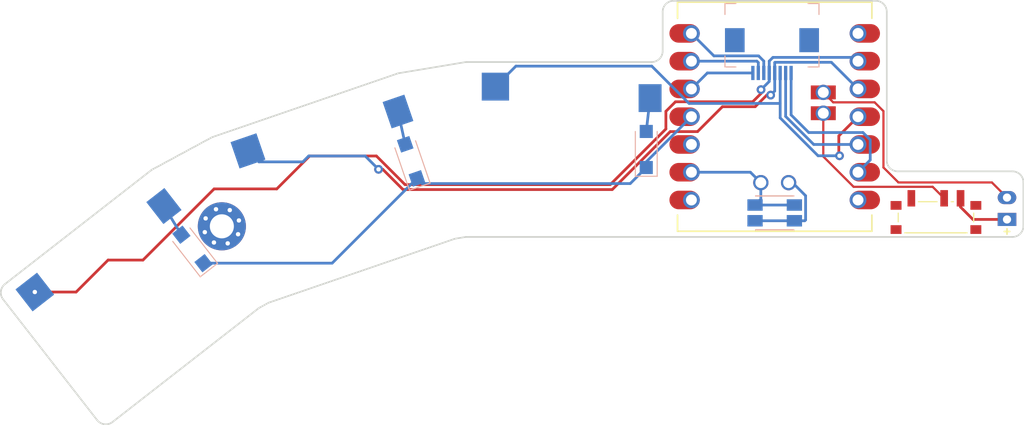
<source format=kicad_pcb>
(kicad_pcb (version 20221018) (generator pcbnew)
  (title_block (title "right_thumbs") (rev "rev1.0") (company "Nikservik"))
  (layers (0 "F.Cu" signal) (31 "B.Cu" signal) (34 "B.Paste" user) (35 "F.Paste" user) (36 "B.SilkS" user "B.Silkscreen") (37 "F.SilkS" user "F.Silkscreen") (38 "B.Mask" user) (39 "F.Mask" user) (44 "Edge.Cuts" user))
  (net 0 "")
  (net 1 "CT8")
  (net 2 "RRT4")
  (net 3 "S1_s2d")
  (net 4 "CT7")
  (net 5 "S2_s2d")
  (net 6 "CT6")
  (net 7 "S3_s2d")
  (net 8 "RP0")
  (net 9 "CT10")
  (net 10 "CT9")
  (net 11 "RP6")
  (net 12 "RRT1")
  (net 13 "RRT2")
  (net 14 "RRT3")
  (net 15 "RRAW3V3")
  (net 16 "RGND")
  (net 17 "RRAW5V")
  (net 18 "RBATP")
  (net 19 "RBATN")
  (net 20 "RRST")
  (net 21 "RBAT_P")
  (footprint "GateronLowProfileSwitch" (layer "F.Cu") (at 114.181967 45.40441 18.952)
    (fp_text reference "S2" hide)
    (fp_text value "" hide)
    (pad "" np_thru_hole circle (at -2.6 -5.75) (size 3 3) (drill 3) (layers "*.Cu" "*.Mask"))
    (pad "" np_thru_hole circle (at 0 0) (size 5.1 5.1) (drill 5.1) (layers "*.Cu" "*.Mask"))
    (pad "" np_thru_hole circle (at 4.4 -4.7) (size 3 3) (drill 3) (layers "*.Cu" "*.Mask"))
    (pad "1" smd rect (at -6.3 -5.75 18.952) (size 2.5 2.55) (layers "B.Cu" "B.Paste" "B.Mask") (net 4 "CT7"))
    (pad "2" smd rect (at 7.85 -4.7 18.952) (size 2.1 2.55) (layers "B.Cu" "B.Paste" "B.Mask") (net 5 "S2_s2d"))
  )
  (footprint "power_switch" (layer "F.Cu") (at 169.291967 48.08441 -90)
    (fp_text reference "SW1" hide)
    (fp_text value "" (at 0 0 -90) (layer "F.SilkS") (effects (font (size 1.27 1.27))))
    (fp_line (start -1.425 -1.4) (end -1.425 -1.6) (stroke (width 0.12)) (layer "F.SilkS"))
    (fp_line (start -1.425 1.6) (end -1.425 -0.1) (stroke (width 0.12)) (layer "F.SilkS"))
    (fp_line (start -0.375 3.45) (end 0.415 3.45) (stroke (width 0.12)) (layer "F.SilkS"))
    (fp_line (start 0.415 -3.45) (end -0.375 -3.45) (stroke (width 0.12)) (layer "F.SilkS"))
    (fp_line (start 1.425 2.85) (end 1.425 -2.85) (stroke (width 0.12)) (layer "F.SilkS"))
    (pad "" smd rect (at -1.085 -3.65) (size 1 0.8) (layers "F.Cu" "F.Paste" "F.Mask"))
    (pad "" smd rect (at -1.085 3.65) (size 1 0.8) (layers "F.Cu" "F.Paste" "F.Mask"))
    (pad "" np_thru_hole circle (at 0.025 -1.5) (size 0.9 0.9) (drill 0.9) (layers "*.Cu" "*.Mask"))
    (pad "" np_thru_hole circle (at 0.025 1.5) (size 0.9 0.9) (drill 0.9) (layers "*.Cu" "*.Mask"))
    (pad "" smd rect (at 1.125 -3.65) (size 1 0.8) (layers "F.Cu" "F.Paste" "F.Mask"))
    (pad "" smd rect (at 1.125 3.65) (size 1 0.8) (layers "F.Cu" "F.Paste" "F.Mask"))
    (pad "1" smd rect (at -1.735 2.25) (size 0.7 1.5) (layers "F.Cu" "F.Paste" "F.Mask"))
    (pad "2" smd rect (at -1.735 -0.75) (size 0.7 1.5) (layers "F.Cu" "F.Paste" "F.Mask") (net 18 "RBATP"))
    (pad "3" smd rect (at -1.735 -2.25) (size 0.7 1.5) (layers "F.Cu" "F.Paste" "F.Mask") (net 21 "RBAT_P"))
  )
  (footprint "MountingHole_2.2mm_M2_Pad_Via" (layer "F.Cu") (at 103.967424 48.91199 18.952)
    (fp_text reference "_3" hide)
    (fp_text value "" (at 0 0 18.952) (layer "F.SilkS") (effects (font (size 1.27 1.27))))
    (pad "1" thru_hole circle (at -1.65 0) (size 0.7 0.7) (drill 0.4) (layers "*.Cu" "*.Mask"))
    (pad "1" thru_hole circle (at -1.166726 -1.166726) (size 0.7 0.7) (drill 0.4) (layers "*.Cu" "*.Mask"))
    (pad "1" thru_hole circle (at -1.166726 1.166726) (size 0.7 0.7) (drill 0.4) (layers "*.Cu" "*.Mask"))
    (pad "1" thru_hole circle (at 0 -1.65) (size 0.7 0.7) (drill 0.4) (layers "*.Cu" "*.Mask"))
    (pad "1" thru_hole circle (at 0 0) (size 4.4 4.4) (drill 2.2) (layers "*.Cu" "*.Mask"))
    (pad "1" thru_hole circle (at 0 1.65) (size 0.7 0.7) (drill 0.4) (layers "*.Cu" "*.Mask"))
    (pad "1" thru_hole circle (at 1.166726 -1.166726) (size 0.7 0.7) (drill 0.4) (layers "*.Cu" "*.Mask"))
    (pad "1" thru_hole circle (at 1.166726 1.166726) (size 0.7 0.7) (drill 0.4) (layers "*.Cu" "*.Mask"))
    (pad "1" thru_hole circle (at 1.65 0) (size 0.7 0.7) (drill 0.4) (layers "*.Cu" "*.Mask"))
  )
  (footprint "GateronLowProfileSwitch" (layer "F.Cu") (at 135.291967 41.88441)
    (fp_text reference "S1" hide)
    (fp_text value "" hide)
    (pad "" np_thru_hole circle (at -2.6 -5.75) (size 3 3) (drill 3) (layers "*.Cu" "*.Mask"))
    (pad "" np_thru_hole circle (at 0 0) (size 5.1 5.1) (drill 5.1) (layers "*.Cu" "*.Mask"))
    (pad "" np_thru_hole circle (at 4.4 -4.7) (size 3 3) (drill 3) (layers "*.Cu" "*.Mask"))
    (pad "1" smd rect (at -6.3 -5.75) (size 2.5 2.55) (layers "B.Cu" "B.Paste" "B.Mask") (net 1 "CT8"))
    (pad "2" smd rect (at 7.85 -4.7) (size 2.1 2.55) (layers "B.Cu" "B.Paste" "B.Mask") (net 3 "S1_s2d"))
  )
  (footprint "GateronLowProfileSwitch" (layer "F.Cu") (at 95.359531 55.589614 37.904)
    (fp_text reference "S3" hide)
    (fp_text value "" hide)
    (pad "" np_thru_hole circle (at -2.6 -5.75) (size 3 3) (drill 3) (layers "*.Cu" "*.Mask"))
    (pad "" np_thru_hole circle (at 0 0) (size 5.1 5.1) (drill 5.1) (layers "*.Cu" "*.Mask"))
    (pad "" np_thru_hole circle (at 4.4 -4.7) (size 3 3) (drill 3) (layers "*.Cu" "*.Mask"))
    (pad "1" smd rect (at -6.3 -5.75 37.904) (size 2.5 2.55) (layers "B.Cu" "B.Paste" "B.Mask") (net 6 "CT6"))
    (pad "2" smd rect (at 7.85 -4.7 37.904) (size 2.1 2.55) (layers "B.Cu" "B.Paste" "B.Mask") (net 7 "S3_s2d"))
  )
  (footprint "BatteryPad" (layer "F.Cu") (at 175.791967 47.28441 90)
    (fp_text reference "BAT1" hide)
    (fp_text value "" hide)
    (fp_line (start -2.1 -0.25) (end -2.1 0.25) (stroke (width 0.15)) (layer "F.SilkS"))
    (fp_line (start -1.85 0) (end -2.35 0) (stroke (width 0.15)) (layer "F.SilkS"))
    (pad "1" thru_hole rect (at -1 0 90) (size 1.2 1.7) (drill 0.75) (layers "*.Cu" "*.Mask") (net 21 "RBAT_P"))
    (pad "2" thru_hole oval (at 1 0 90) (size 1.2 1.7) (drill 0.75) (layers "*.Cu" "*.Mask") (net 19 "RBATN"))
  )
  (footprint "Seeeduino XIAO nRF52840" (layer "F.Cu") (at 154.541967 38.88441 180)
    (fp_text reference "" (at 0 0 180) (layer "F.SilkS") (effects (font (size 1.27 1.27))))
    (fp_text value "" (at 0 0 180) (layer "F.SilkS") (effects (font (size 1.27 1.27))))
    (fp_line (start -8.89 -10.48) (end -8.89 -9) (stroke (width 0.15)) (layer "F.SilkS"))
    (fp_line (start -8.89 10.48) (end -8.89 9) (stroke (width 0.15)) (layer "F.SilkS"))
    (fp_line (start -8.89 10.48) (end 8.89 10.48) (stroke (width 0.15)) (layer "F.SilkS"))
    (fp_line (start 8.89 -10.48) (end -8.89 -10.48) (stroke (width 0.15)) (layer "F.SilkS"))
    (fp_line (start 8.89 -10.48) (end 8.89 -9) (stroke (width 0.15)) (layer "F.SilkS"))
    (fp_line (start 8.89 10.48) (end 8.89 9) (stroke (width 0.15)) (layer "F.SilkS"))
    (pad "" thru_hole circle (at -4.445 0.317) (size 1.4 1.4) (drill 1) (layers "*.Cu" "*.Mask") (net 18 "RBATP"))
    (pad "" smd rect (at -4.445 0.317 180) (size 2.286 1.27) (layers "F.Cu" "F.Paste" "F.Mask") (net 18 "RBATP"))
    (pad "" thru_hole circle (at -4.445 2.222) (size 1.4 1.4) (drill 1) (layers "*.Cu" "*.Mask") (net 19 "RBATN"))
    (pad "" smd rect (at -4.445 2.222 180) (size 2.286 1.27) (layers "F.Cu" "F.Paste" "F.Mask") (net 19 "RBATN"))
    (pad "" thru_hole circle (at -1.27 -6.033) (size 1.4 1.4) (drill 1) (layers "*.Cu" "*.Mask") (net 20 "RRST"))
    (pad "" thru_hole circle (at 1.27 -6.033) (size 1.4 1.4) (drill 1) (layers "*.Cu" "*.Mask") (net 16 "RGND"))
    (pad "1" smd oval (at -8.255 -7.62 180) (size 2.75 1.7) (layers "F.Cu" "F.Paste" "F.Mask") (net 8 "RP0"))
    (pad "1" thru_hole circle (at -7.62 -7.62) (size 1.53 1.53) (drill 1) (layers "*.Cu" "*.Mask") (net 8 "RP0"))
    (pad "2" smd oval (at -8.255 -5.08 180) (size 2.75 1.7) (layers "F.Cu" "F.Paste" "F.Mask") (net 9 "CT10"))
    (pad "2" thru_hole circle (at -7.62 -5.08) (size 1.53 1.53) (drill 1) (layers "*.Cu" "*.Mask") (net 9 "CT10"))
    (pad "3" smd oval (at -8.255 -2.54 180) (size 2.75 1.7) (layers "F.Cu" "F.Paste" "F.Mask") (net 10 "CT9"))
    (pad "3" thru_hole circle (at -7.62 -2.54) (size 1.53 1.53) (drill 1) (layers "*.Cu" "*.Mask") (net 10 "CT9"))
    (pad "4" smd oval (at -8.255 0 180) (size 2.75 1.7) (layers "F.Cu" "F.Paste" "F.Mask") (net 1 "CT8"))
    (pad "4" thru_hole circle (at -7.62 0) (size 1.53 1.53) (drill 1) (layers "*.Cu" "*.Mask") (net 1 "CT8"))
    (pad "5" smd oval (at -8.255 2.54 180) (size 2.75 1.7) (layers "F.Cu" "F.Paste" "F.Mask") (net 4 "CT7"))
    (pad "5" thru_hole circle (at -7.62 2.54) (size 1.53 1.53) (drill 1) (layers "*.Cu" "*.Mask") (net 4 "CT7"))
    (pad "6" smd oval (at -8.255 5.08 180) (size 2.75 1.7) (layers "F.Cu" "F.Paste" "F.Mask") (net 6 "CT6"))
    (pad "6" thru_hole circle (at -7.62 5.08) (size 1.53 1.53) (drill 1) (layers "*.Cu" "*.Mask") (net 6 "CT6"))
    (pad "7" smd oval (at -8.255 7.62 180) (size 2.75 1.7) (layers "F.Cu" "F.Paste" "F.Mask") (net 11 "RP6"))
    (pad "7" thru_hole circle (at -7.62 7.62) (size 1.53 1.53) (drill 1) (layers "*.Cu" "*.Mask") (net 11 "RP6"))
    (pad "8" thru_hole circle (at 7.62 7.62) (size 1.53 1.53) (drill 1) (layers "*.Cu" "*.Mask") (net 12 "RRT1"))
    (pad "8" smd oval (at 8.255 7.62 180) (size 2.75 1.7) (layers "F.Cu" "F.Paste" "F.Mask") (net 12 "RRT1"))
    (pad "9" thru_hole circle (at 7.62 5.08) (size 1.53 1.53) (drill 1) (layers "*.Cu" "*.Mask") (net 13 "RRT2"))
    (pad "9" smd oval (at 8.255 5.08 180) (size 2.75 1.7) (layers "F.Cu" "F.Paste" "F.Mask") (net 13 "RRT2"))
    (pad "10" thru_hole circle (at 7.62 2.54) (size 1.53 1.53) (drill 1) (layers "*.Cu" "*.Mask") (net 14 "RRT3"))
    (pad "10" smd oval (at 8.255 2.54 180) (size 2.75 1.7) (layers "F.Cu" "F.Paste" "F.Mask") (net 14 "RRT3"))
    (pad "11" thru_hole circle (at 7.62 0) (size 1.53 1.53) (drill 1) (layers "*.Cu" "*.Mask") (net 2 "RRT4"))
    (pad "11" smd oval (at 8.255 0 180) (size 2.75 1.7) (layers "F.Cu" "F.Paste" "F.Mask") (net 2 "RRT4"))
    (pad "12" thru_hole circle (at 7.62 -2.54) (size 1.53 1.53) (drill 1) (layers "*.Cu" "*.Mask") (net 15 "RRAW3V3"))
    (pad "12" smd oval (at 8.255 -2.54 180) (size 2.75 1.7) (layers "F.Cu" "F.Paste" "F.Mask") (net 15 "RRAW3V3"))
    (pad "13" thru_hole circle (at 7.62 -5.08) (size 1.53 1.53) (drill 1) (layers "*.Cu" "*.Mask") (net 16 "RGND"))
    (pad "13" smd oval (at 8.255 -5.08 180) (size 2.75 1.7) (layers "F.Cu" "F.Paste" "F.Mask") (net 16 "RGND"))
    (pad "14" thru_hole circle (at 7.62 -7.62) (size 1.53 1.53) (drill 1) (layers "*.Cu" "*.Mask") (net 17 "RRAW5V"))
    (pad "14" smd oval (at 8.255 -7.62 180) (size 2.75 1.7) (layers "F.Cu" "F.Paste" "F.Mask") (net 17 "RRAW5V"))
  )
  (footprint "sw_reset_side" (layer "F.Cu") (at 154.541967 47.68441 -90)
    (fp_text reference "SW2" hide)
    (fp_text value "" (at 0 0 -90) (layer "F.SilkS") (effects (font (size 1.27 1.27))))
    (fp_line (start -1.55 -1.75) (end -1.55 1.75) (stroke (width 0.12)) (layer "B.SilkS"))
    (fp_line (start 1.55 1.75) (end 1.55 -1.75) (stroke (width 0.12)) (layer "B.SilkS"))
    (pad "1" smd rect (at -0.72 -1.8 180) (size 1.4 1.05) (layers "B.Cu" "B.Paste" "B.Mask") (net 16 "RGND"))
    (pad "1" smd rect (at -0.72 1.8 180) (size 1.4 1.05) (layers "B.Cu" "B.Paste" "B.Mask") (net 16 "RGND"))
    (pad "2" smd rect (at 0.72 -1.8 180) (size 1.4 1.05) (layers "B.Cu" "B.Paste" "B.Mask") (net 20 "RRST"))
    (pad "2" smd rect (at 0.72 1.8 180) (size 1.4 1.05) (layers "B.Cu" "B.Paste" "B.Mask") (net 20 "RRST"))
  )
  (footprint "SmdDiode" (layer "B.Cu") (at 135.291967 41.88441)
    (fp_text reference "" (at 0 0) (layer "F.SilkS") (effects (font (size 1.27 1.27))))
    (fp_text value "" (at 0 0) (layer "F.SilkS") (effects (font (size 1.27 1.27))))
    (fp_line (start 6.5 2.45) (end 6.5 -1.65) (stroke (width 0.1)) (layer "B.SilkS"))
    (fp_line (start 8.5 -1.65) (end 8.5 2.45) (stroke (width 0.1)) (layer "B.SilkS"))
    (fp_line (start 8.5 2.45) (end 6.5 2.45) (stroke (width 0.1)) (layer "B.SilkS"))
    (pad "1" smd rect (at 7.5 -1.65) (size 1.2 1.2) (layers "B.Cu" "B.Paste" "B.Mask") (net 3 "S1_s2d"))
    (pad "2" smd rect (at 7.5 1.65) (size 1.2 1.2) (layers "B.Cu" "B.Paste" "B.Mask") (net 2 "RRT4"))
  )
  (footprint "HKWClamshellSocket" (layer "B.Cu") (at 154.291967 31.88441)
    (fp_text reference "_2" hide)
    (fp_text value "" hide)
    (fp_line (start -4.3 -3.35) (end -4.3 -2.35) (stroke (width 0.1)) (layer "B.SilkS"))
    (fp_line (start -4.3 -3.35) (end -3.3 -3.35) (stroke (width 0.1)) (layer "B.SilkS"))
    (fp_line (start -4.3 2.45) (end -4.3 1.45) (stroke (width 0.1)) (layer "B.SilkS"))
    (fp_line (start -4.3 2.45) (end -3.3 2.45) (stroke (width 0.1)) (layer "B.SilkS"))
    (fp_line (start 4.3 -3.35) (end 3.3 -3.35) (stroke (width 0.1)) (layer "B.SilkS"))
    (fp_line (start 4.3 -3.35) (end 4.3 -2.35) (stroke (width 0.1)) (layer "B.SilkS"))
    (fp_line (start 4.3 2.45) (end 3.3 2.45) (stroke (width 0.1)) (layer "B.SilkS"))
    (fp_line (start 4.3 2.45) (end 4.3 1.45) (stroke (width 0.1)) (layer "B.SilkS"))
    (pad "" smd rect (at -3.4 0) (size 1.8 2.2) (layers "B.Cu" "B.Paste" "B.Mask"))
    (pad "" smd rect (at 3.4 0) (size 1.8 2.2) (layers "B.Cu" "B.Paste" "B.Mask"))
    (pad "1" smd rect (at -1.75 3) (size 0.3 1.3) (layers "B.Cu" "B.Paste" "B.Mask") (net 14 "RRT3"))
    (pad "2" smd rect (at -1.25 3) (size 0.3 1.3) (layers "B.Cu" "B.Paste" "B.Mask") (net 13 "RRT2"))
    (pad "3" smd rect (at -0.75 3) (size 0.3 1.3) (layers "B.Cu" "B.Paste" "B.Mask") (net 12 "RRT1"))
    (pad "4" smd rect (at -0.25 3) (size 0.3 1.3) (layers "B.Cu" "B.Paste" "B.Mask") (net 6 "CT6"))
    (pad "5" smd rect (at 0.25 3) (size 0.3 1.3) (layers "B.Cu" "B.Paste" "B.Mask") (net 4 "CT7"))
    (pad "6" smd rect (at 0.75 3) (size 0.3 1.3) (layers "B.Cu" "B.Paste" "B.Mask") (net 1 "CT8"))
    (pad "7" smd rect (at 1.25 3) (size 0.3 1.3) (layers "B.Cu" "B.Paste" "B.Mask") (net 10 "CT9"))
    (pad "8" smd rect (at 1.75 3) (size 0.3 1.3) (layers "B.Cu" "B.Paste" "B.Mask") (net 9 "CT10"))
  )
  (footprint "SmdDiode" (layer "B.Cu") (at 95.359531 55.589614 37.904)
    (fp_text reference "" (at 0 0 37.904) (layer "F.SilkS") (effects (font (size 1.27 1.27))))
    (fp_text value "" (at 0 0 37.904) (layer "F.SilkS") (effects (font (size 1.27 1.27))))
    (fp_line (start 6.5 2.45) (end 6.5 -1.65) (stroke (width 0.1)) (layer "B.SilkS"))
    (fp_line (start 8.5 -1.65) (end 8.5 2.45) (stroke (width 0.1)) (layer "B.SilkS"))
    (fp_line (start 8.5 2.45) (end 6.5 2.45) (stroke (width 0.1)) (layer "B.SilkS"))
    (pad "1" smd rect (at 7.5 -1.65 37.904) (size 1.2 1.2) (layers "B.Cu" "B.Paste" "B.Mask") (net 7 "S3_s2d"))
    (pad "2" smd rect (at 7.5 1.65 37.904) (size 1.2 1.2) (layers "B.Cu" "B.Paste" "B.Mask") (net 2 "RRT4"))
  )
  (footprint "SmdDiode" (layer "B.Cu") (at 114.181967 45.40441 18.952)
    (fp_text reference "" (at 0 0 18.952) (layer "F.SilkS") (effects (font (size 1.27 1.27))))
    (fp_text value "" (at 0 0 18.952) (layer "F.SilkS") (effects (font (size 1.27 1.27))))
    (fp_line (start 6.5 2.45) (end 6.5 -1.65) (stroke (width 0.1)) (layer "B.SilkS"))
    (fp_line (start 8.5 -1.65) (end 8.5 2.45) (stroke (width 0.1)) (layer "B.SilkS"))
    (fp_line (start 8.5 2.45) (end 6.5 2.45) (stroke (width 0.1)) (layer "B.SilkS"))
    (pad "1" smd rect (at 7.5 -1.65 18.952) (size 1.2 1.2) (layers "B.Cu" "B.Paste" "B.Mask") (net 5 "S2_s2d"))
    (pad "2" smd rect (at 7.5 1.65 18.952) (size 1.2 1.2) (layers "B.Cu" "B.Paste" "B.Mask") (net 2 "RRT4"))
  )
  (gr_arc (start 144.291967 29.28441) (mid 144.58486 28.577303) (end 145.291967 28.28441) (stroke (width 0.15)) (layer "Edge.Cuts"))
  (gr_arc (start 165.791967 43.88441) (mid 165.08486 43.591517) (end 164.791967 42.88441) (stroke (width 0.15)) (layer "Edge.Cuts"))
  (gr_line (start 126.291967 49.88441) (end 125.375791 50.034111) (stroke (width 0.15)) (layer "Edge.Cuts"))
  (gr_line (start 97.480562 43.799311) (end 84.132479 54.192007) (stroke (width 0.15)) (layer "Edge.Cuts"))
  (gr_line (start 176.291967 43.88441) (end 165.791967 43.88441) (stroke (width 0.15)) (layer "Edge.Cuts"))
  (gr_line (start 108.268056 55.893721) (end 107.450164 56.332859) (stroke (width 0.15)) (layer "Edge.Cuts"))
  (gr_line (start 83.957778 55.595388) (end 92.558542 66.641965) (stroke (width 0.15)) (layer "Edge.Cuts"))
  (gr_arc (start 120.017226 34.942107) (mid 120.096725 34.918445) (end 120.177912 34.901453) (stroke (width 0.15)) (layer "Edge.Cuts"))
  (gr_line (start 126.291967 49.88441) (end 176.291967 49.88441) (stroke (width 0.15)) (layer "Edge.Cuts"))
  (gr_arc (start 144.291967 32.88441) (mid 143.999074 33.591517) (end 143.291967 33.88441) (stroke (width 0.15)) (layer "Edge.Cuts"))
  (gr_arc (start 107.308867 56.424857) (mid 107.377573 56.375875) (end 107.450164 56.332859) (stroke (width 0.15)) (layer "Edge.Cuts"))
  (gr_arc (start 93.961923 66.816666) (mid 93.224051 67.019965) (end 92.558542 66.641965) (stroke (width 0.15)) (layer "Edge.Cuts"))
  (gr_arc (start 176.291967 43.88441) (mid 176.999074 44.177303) (end 177.291967 44.88441) (stroke (width 0.15)) (layer "Edge.Cuts"))
  (gr_arc (start 97.480562 43.79931) (mid 97.548067 43.751111) (end 97.619334 43.708673) (stroke (width 0.15)) (layer "Edge.Cuts"))
  (gr_line (start 126.374572 33.88441) (end 143.291967 33.88441) (stroke (width 0.15)) (layer "Edge.Cuts"))
  (gr_line (start 177.291967 48.88441) (end 177.291967 44.88441) (stroke (width 0.15)) (layer "Edge.Cuts"))
  (gr_line (start 120.017226 34.942107) (end 103.149768 40.734237) (stroke (width 0.15)) (layer "Edge.Cuts"))
  (gr_arc (start 102.998975 40.800349) (mid 103.073008 40.764184) (end 103.149768 40.734237) (stroke (width 0.15)) (layer "Edge.Cuts"))
  (gr_line (start 108.268056 55.893721) (end 125.212275 50.075232) (stroke (width 0.15)) (layer "Edge.Cuts"))
  (gr_arc (start 177.291967 48.88441) (mid 176.999074 49.591517) (end 176.291967 49.88441) (stroke (width 0.15)) (layer "Edge.Cuts"))
  (gr_line (start 144.291967 29.28441) (end 144.291967 32.88441) (stroke (width 0.15)) (layer "Edge.Cuts"))
  (gr_line (start 120.177912 34.901453) (end 126.210482 33.897965) (stroke (width 0.15)) (layer "Edge.Cuts"))
  (gr_line (start 164.791967 42.88441) (end 164.791967 29.28441) (stroke (width 0.15)) (layer "Edge.Cuts"))
  (gr_line (start 97.619334 43.708673) (end 102.998975 40.80035) (stroke (width 0.15)) (layer "Edge.Cuts"))
  (gr_line (start 163.791967 28.28441) (end 145.291967 28.28441) (stroke (width 0.15)) (layer "Edge.Cuts"))
  (gr_line (start 93.961923 66.816666) (end 107.308867 56.424857) (stroke (width 0.15)) (layer "Edge.Cuts"))
  (gr_arc (start 125.212274 50.075232) (mid 125.293164 50.051219) (end 125.375791 50.034111) (stroke (width 0.15)) (layer "Edge.Cuts"))
  (gr_arc (start 83.957778 55.595388) (mid 83.754479 54.857516) (end 84.132479 54.192007) (stroke (width 0.15)) (layer "Edge.Cuts"))
  (gr_arc (start 163.791967 28.28441) (mid 164.499074 28.577303) (end 164.791967 29.28441) (stroke (width 0.15)) (layer "Edge.Cuts"))
  (gr_arc (start 126.210482 33.897965) (mid 126.292248 33.887805) (end 126.374572 33.88441) (stroke (width 0.15)) (layer "Edge.Cuts"))
  (segment (start 160.406377 40.64) (end 162.161967 38.88441) (width 0.25) (layer "F.Cu") (net 1))
  (segment (start 160.406377 42.396377) (end 160.406377 40.64) (width 0.25) (layer "F.Cu") (net 1))
  (segment (start 160.47 42.46) (end 160.406377 42.396377) (width 0.25) (layer "F.Cu") (net 1))
  (via (at 160.47 42.46) (size 0.8) (drill 0.4) (layers "F.Cu" "B.Cu") (net 1))
  (segment (start 160.47 42.46) (end 158.508909 42.46) (width 0.25) (layer "B.Cu") (net 1))
  (segment (start 143.295 34.25941) (end 146.70559 37.67) (width 0.25) (layer "B.Cu") (net 1))
  (segment (start 155.041967 38.993058) (end 155.041967 37.67) (width 0.25) (layer "B.Cu") (net 1))
  (segment (start 146.70559 37.67) (end 155.041967 37.67) (width 0.25) (layer "B.Cu") (net 1))
  (segment (start 155.041967 37.67) (end 155.041967 34.88441) (width 0.25) (layer "B.Cu") (net 1))
  (segment (start 158.508909 42.46) (end 155.041967 38.993058) (width 0.25) (layer "B.Cu") (net 1))
  (segment (start 128.991967 36.13441) (end 130.866967 34.25941) (width 0.25) (layer "B.Cu") (net 1))
  (segment (start 130.866967 34.25941) (end 143.295 34.25941) (width 0.25) (layer "B.Cu") (net 1))
  (segment (start 102.291001 52.28398) (end 114.056446 52.28398) (width 0.25) (layer "B.Cu") (net 2))
  (segment (start 142.791967 43.53441) (end 142.791967 43.01441) (width 0.25) (layer "B.Cu") (net 2))
  (segment (start 141.325001 45.001376) (end 142.791967 43.53441) (width 0.25) (layer "B.Cu") (net 2))
  (segment (start 121.81128 44.529146) (end 122.28351 45.001376) (width 0.25) (layer "B.Cu") (net 2))
  (segment (start 114.056446 52.28398) (end 121.81128 44.529146) (width 0.25) (layer "B.Cu") (net 2))
  (segment (start 122.28351 45.001376) (end 141.325001 45.001376) (width 0.25) (layer "B.Cu") (net 2))
  (segment (start 142.791967 43.01441) (end 146.921967 38.88441) (width 0.25) (layer "B.Cu") (net 2))
  (segment (start 143.141967 37.18441) (end 142.791967 40.23441) (width 0.25) (layer "B.Cu") (net 3))
  (segment (start 139.68 45.55) (end 120.538909 45.55) (width 0.25) (layer "F.Cu") (net 4))
  (segment (start 154.17 36.91) (end 153.815305 36.91) (width 0.25) (layer "F.Cu") (net 4))
  (segment (start 118.688909 43.7) (end 118.3 43.7) (width 0.25) (layer "F.Cu") (net 4))
  (segment (start 144.98059 40.24941) (end 139.68 45.55) (width 0.25) (layer "F.Cu") (net 4))
  (segment (start 153.815305 36.91) (end 152.755895 37.96941) (width 0.25) (layer "F.Cu") (net 4))
  (segment (start 120.538909 45.55) (end 118.688909 43.7) (width 0.25) (layer "F.Cu") (net 4))
  (segment (start 149.76059 37.96941) (end 147.48059 40.24941) (width 0.25) (layer "F.Cu") (net 4))
  (segment (start 152.755895 37.96941) (end 149.76059 37.96941) (width 0.25) (layer "F.Cu") (net 4))
  (segment (start 147.48059 40.24941) (end 144.98059 40.24941) (width 0.25) (layer "F.Cu") (net 4))
  (via (at 154.17 36.91) (size 0.8) (drill 0.4) (layers "F.Cu" "B.Cu") (net 4))
  (via (at 118.3 43.7) (size 0.8) (drill 0.4) (layers "F.Cu" "B.Cu") (net 4))
  (segment (start 118.3 43.7) (end 117.07941 42.47941) (width 0.25) (layer "B.Cu") (net 4))
  (segment (start 154.566967 33.90941) (end 159.726967 33.90941) (width 0.25) (layer "B.Cu") (net 4))
  (segment (start 159.726967 33.90941) (end 162.161967 36.34441) (width 0.25) (layer "B.Cu") (net 4))
  (segment (start 154.541967 33.93441) (end 154.566967 33.90941) (width 0.25) (layer "B.Cu") (net 4))
  (segment (start 154.541967 34.88441) (end 154.541967 36.538033) (width 0.25) (layer "B.Cu") (net 4))
  (segment (start 117.07941 42.47941) (end 111.91059 42.47941) (width 0.25) (layer "B.Cu") (net 4))
  (segment (start 154.541967 36.538033) (end 154.17 36.91) (width 0.25) (layer "B.Cu") (net 4))
  (segment (start 154.541967 34.88441) (end 154.541967 33.93441) (width 0.25) (layer "B.Cu") (net 4))
  (segment (start 107.359511 43.015689) (end 106.356022 42.0122) (width 0.25) (layer "B.Cu") (net 4))
  (segment (start 111.374311 43.015689) (end 107.359511 43.015689) (width 0.25) (layer "B.Cu") (net 4))
  (segment (start 111.91059 42.47941) (end 111.374311 43.015689) (width 0.25) (layer "B.Cu") (net 4))
  (segment (start 120.07998 38.409701) (end 120.739519 41.408036) (width 0.25) (layer "B.Cu") (net 5))
  (segment (start 145.465266 37.51941) (end 144.586967 38.397709) (width 0.25) (layer "F.Cu") (net 6))
  (segment (start 96.75 52) (end 93.56 52) (width 0.25) (layer "F.Cu") (net 6))
  (segment (start 144.586967 38.397709) (end 144.586967 40.006637) (width 0.25) (layer "F.Cu") (net 6))
  (segment (start 108.990286 45.489714) (end 103.260286 45.489714) (width 0.25) (layer "F.Cu") (net 6))
  (segment (start 139.493604 45.1) (end 120.725305 45.1) (width 0.25) (layer "F.Cu") (net 6))
  (segment (start 112.00059 42.47941) (end 108.990286 45.489714) (width 0.25) (layer "F.Cu") (net 6))
  (segment (start 152.53059 37.51941) (end 145.465266 37.51941) (width 0.25) (layer "F.Cu") (net 6))
  (segment (start 144.586967 40.006637) (end 139.493604 45.1) (width 0.25) (layer "F.Cu") (net 6))
  (segment (start 103.260286 45.489714) (end 96.75 52) (width 0.25) (layer "F.Cu") (net 6))
  (segment (start 93.56 52) (end 90.637029 54.922971) (width 0.25) (layer "F.Cu") (net 6))
  (segment (start 90.637029 54.922971) (end 86.856115 54.922971) (width 0.25) (layer "F.Cu") (net 6))
  (segment (start 120.725305 45.1) (end 118.104715 42.47941) (width 0.25) (layer "F.Cu") (net 6))
  (segment (start 118.104715 42.47941) (end 112.00059 42.47941) (width 0.25) (layer "F.Cu") (net 6))
  (segment (start 153.29 36.76) (end 152.53059 37.51941) (width 0.25) (layer "F.Cu") (net 6))
  (segment (start 153.29 36.41) (end 153.29 36.76) (width 0.25) (layer "F.Cu") (net 6))
  (via (at 86.856115 54.922971) (size 0.8) (drill 0.4) (layers "F.Cu" "B.Cu") (net 6))
  (via (at 153.29 36.41) (size 0.8) (drill 0.4) (layers "F.Cu" "B.Cu") (net 6))
  (segment (start 154.041967 35.658033) (end 153.29 36.41) (width 0.25) (layer "B.Cu") (net 6))
  (segment (start 154.041967 33.798014) (end 154.380571 33.45941) (width 0.25) (layer "B.Cu") (net 6))
  (segment (start 154.380571 33.45941) (end 161.816967 33.45941) (width 0.25) (layer "B.Cu") (net 6))
  (segment (start 154.041967 34.88441) (end 154.041967 33.798014) (width 0.25) (layer "B.Cu") (net 6))
  (segment (start 161.816967 33.45941) (end 162.161967 33.80441) (width 0.25) (layer "B.Cu") (net 6))
  (segment (start 154.041967 34.88441) (end 154.041967 35.658033) (width 0.25) (layer "B.Cu") (net 6))
  (segment (start 98.666105 47.058549) (end 100.263678 49.680144) (width 0.25) (layer "B.Cu") (net 7))
  (segment (start 163.28 41.00095) (end 163.28 42.846377) (width 0.25) (layer "B.Cu") (net 9))
  (segment (start 156.041967 34.88441) (end 156.041967 38.720266) (width 0.25) (layer "B.Cu") (net 9))
  (segment (start 162.61346 40.33441) (end 163.28 41.00095) (width 0.25) (layer "B.Cu") (net 9))
  (segment (start 157.656111 40.33441) (end 162.61346 40.33441) (width 0.25) (layer "B.Cu") (net 9))
  (segment (start 156.041967 38.720266) (end 157.656111 40.33441) (width 0.25) (layer "B.Cu") (net 9))
  (segment (start 163.28 42.846377) (end 162.161967 43.96441) (width 0.25) (layer "B.Cu") (net 9))
  (segment (start 155.541967 38.856662) (end 158.109715 41.42441) (width 0.25) (layer "B.Cu") (net 10))
  (segment (start 155.541967 34.88441) (end 155.541967 38.856662) (width 0.25) (layer "B.Cu") (net 10))
  (segment (start 158.109715 41.42441) (end 162.161967 41.42441) (width 0.25) (layer "B.Cu") (net 10))
  (segment (start 153.063953 33.32) (end 148.977557 33.32) (width 0.25) (layer "B.Cu") (net 12))
  (segment (start 153.541967 34.88441) (end 153.541967 33.798014) (width 0.25) (layer "B.Cu") (net 12))
  (segment (start 148.977557 33.32) (end 146.921967 31.26441) (width 0.25) (layer "B.Cu") (net 12))
  (segment (start 153.541967 33.798014) (end 153.063953 33.32) (width 0.25) (layer "B.Cu") (net 12))
  (segment (start 153.041967 34.88441) (end 153.041967 33.93441) (width 0.25) (layer "B.Cu") (net 13))
  (segment (start 152.911967 33.80441) (end 146.921967 33.80441) (width 0.25) (layer "B.Cu") (net 13))
  (segment (start 153.041967 33.93441) (end 152.911967 33.80441) (width 0.25) (layer "B.Cu") (net 13))
  (segment (start 152.541967 34.88441) (end 148.381967 34.88441) (width 0.25) (layer "B.Cu") (net 14))
  (segment (start 148.381967 34.88441) (end 146.921967 36.34441) (width 0.25) (layer "B.Cu") (net 14))
  (segment (start 152.741967 46.96441) (end 156.341967 46.96441) (width 0.25) (layer "B.Cu") (net 16))
  (segment (start 152.318967 43.96441) (end 153.271967 44.91741) (width 0.25) (layer "B.Cu") (net 16))
  (segment (start 146.921967 43.96441) (end 152.318967 43.96441) (width 0.25) (layer "B.Cu") (net 16))
  (segment (start 153.271967 46.43441) (end 153.271967 44.91741) (width 0.25) (layer "B.Cu") (net 16))
  (segment (start 152.741967 46.96441) (end 153.271967 46.43441) (width 0.25) (layer "B.Cu") (net 16))
  (segment (start 168.991967 45.29941) (end 161.75941 45.29941) (width 0.2) (layer "F.Cu") (net 18))
  (segment (start 158.986967 42.526967) (end 158.986967 38.56741) (width 0.2) (layer "F.Cu") (net 18))
  (segment (start 161.75941 45.29941) (end 158.986967 42.526967) (width 0.2) (layer "F.Cu") (net 18))
  (segment (start 170.041967 46.34941) (end 168.991967 45.29941) (width 0.2) (layer "F.Cu") (net 18))
  (segment (start 164.49 43.53) (end 164.49 38.38) (width 0.2) (layer "F.Cu") (net 19))
  (segment (start 165.85941 44.89941) (end 164.49 43.53) (width 0.2) (layer "F.Cu") (net 19))
  (segment (start 174.406967 44.89941) (end 165.85941 44.89941) (width 0.2) (layer "F.Cu") (net 19))
  (segment (start 159.894557 37.57) (end 158.986967 36.66241) (width 0.2) (layer "F.Cu") (net 19))
  (segment (start 164.49 38.38) (end 163.68 37.57) (width 0.2) (layer "F.Cu") (net 19))
  (segment (start 175.791967 46.28441) (end 174.406967 44.89941) (width 0.2) (layer "F.Cu") (net 19))
  (segment (start 163.68 37.57) (end 159.894557 37.57) (width 0.2) (layer "F.Cu") (net 19))
  (segment (start 156.169967 44.91741) (end 155.811967 44.91741) (width 0.25) (layer "B.Cu") (net 20))
  (segment (start 157.366967 48.32941) (end 157.366967 46.11441) (width 0.25) (layer "B.Cu") (net 20))
  (segment (start 156.341967 48.40441) (end 157.291967 48.40441) (width 0.25) (layer "B.Cu") (net 20))
  (segment (start 157.291967 48.40441) (end 157.366967 48.32941) (width 0.25) (layer "B.Cu") (net 20))
  (segment (start 157.366967 46.11441) (end 156.169967 44.91741) (width 0.25) (layer "B.Cu") (net 20))
  (segment (start 152.741967 48.40441) (end 156.341967 48.40441) (width 0.25) (layer "B.Cu") (net 20))
  (segment (start 172.676967 48.28441) (end 171.541967 47.14941) (width 0.25) (layer "F.Cu") (net 21))
  (segment (start 171.541967 47.14941) (end 171.541967 46.34941) (width 0.25) (layer "F.Cu") (net 21))
  (segment (start 175.791967 48.28441) (end 172.676967 48.28441) (width 0.25) (layer "F.Cu") (net 21))
)
</source>
